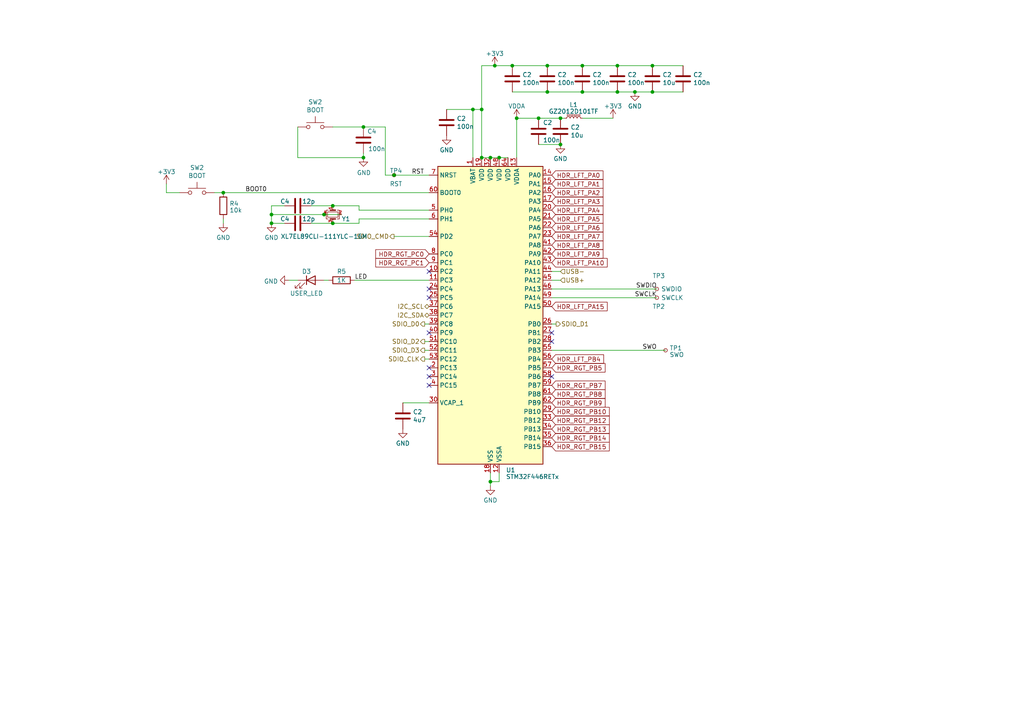
<source format=kicad_sch>
(kicad_sch (version 20230121) (generator eeschema)
  (paper "A4")
  (lib_symbols
    (symbol "Connector:TestPoint_Small" (pin_numbers hide) (pin_names (offset 0.762) hide)
      (property "Reference" "TP" (at 0 3.81 0))
      (property "Value" "TestPoint_Small" (at 0 2.032 0))
      (symbol "TestPoint_Small_0_1"
        (circle (center 0 0) (radius 0.508))
      )
      (symbol "TestPoint_Small_1_1"
        (pin passive line (at 0 0 90) (length 0) (name "1") (number "1"))
      )
    )
    (symbol "Device:C" (pin_numbers hide) (pin_names (offset 0.254))
      (property "Reference" "C" (at 0.635 2.54 0))
      (property "Value" "C" (at 0.635 -2.54 0))
      (symbol "C_0_1"
        (polyline (pts (xy -2.032 -0.762) (xy 2.032 -0.762)) (stroke (width 0.508)))
        (polyline (pts (xy -2.032 0.762) (xy 2.032 0.762)) (stroke (width 0.508)))
      )
      (symbol "C_1_1"
        (pin passive line (at 0 3.81 270) (length 2.794) (name "~") (number "1"))
        (pin passive line (at 0 -3.81 90) (length 2.794) (name "~") (number "2"))
      )
    )
    (symbol "Device:Crystal_GND24_Small" (pin_names (offset 1.016) hide)
      (property "Reference" "Y" (at 1.27 4.445 0))
      (property "Value" "Crystal_GND24_Small" (at 1.27 2.54 0))
      (symbol "Crystal_GND24_Small_0_1"
        (rectangle (start -0.762 -1.524) (end 0.762 1.524))
        (polyline (pts (xy -1.27 -0.762) (xy -1.27 0.762)) (stroke (width 0.381)))
        (polyline (pts (xy 1.27 -0.762) (xy 1.27 0.762)) (stroke (width 0.381)))
        (polyline (pts (xy -1.27 -1.27) (xy -1.27 -1.905) (xy 1.27 -1.905) (xy 1.27 -1.27)))
        (polyline (pts (xy -1.27 1.27) (xy -1.27 1.905) (xy 1.27 1.905) (xy 1.27 1.27)))
      )
      (symbol "Crystal_GND24_Small_1_1"
        (pin passive line (at -2.54 0 0) (length 1.27) (name "1") (number "1"))
        (pin passive line (at 0 -2.54 90) (length 0.635) (name "2") (number "2"))
        (pin passive line (at 2.54 0 180) (length 1.27) (name "3") (number "3"))
        (pin passive line (at 0 2.54 270) (length 0.635) (name "4") (number "4"))
      )
    )
    (symbol "Device:LED" (pin_numbers hide) (pin_names (offset 1.016) hide)
      (property "Reference" "D" (at 0 2.54 0))
      (property "Value" "LED" (at 0 -2.54 0))
      (symbol "LED_0_1"
        (polyline (pts (xy -1.27 -1.27) (xy -1.27 1.27)) (stroke (width 0.254)))
        (polyline (pts (xy -1.27 0) (xy 1.27 0)))
        (polyline (pts (xy 1.27 -1.27) (xy 1.27 1.27) (xy -1.27 0) (xy 1.27 -1.27)) (stroke (width 0.254)))
        (polyline (pts (xy -3.048 -0.762) (xy -4.572 -2.286) (xy -3.81 -2.286) (xy -4.572 -2.286) (xy -4.572 -1.524)))
        (polyline (pts (xy -1.778 -0.762) (xy -3.302 -2.286) (xy -2.54 -2.286) (xy -3.302 -2.286) (xy -3.302 -1.524)))
      )
      (symbol "LED_1_1"
        (pin passive line (at -3.81 0 0) (length 2.54) (name "K") (number "1"))
        (pin passive line (at 3.81 0 180) (length 2.54) (name "A") (number "2"))
      )
    )
    (symbol "Device:L_Ferrite_Small" (pin_numbers hide) (pin_names (offset 0.254) hide)
      (property "Reference" "L" (at 1.27 1.016 0))
      (property "Value" "L_Ferrite_Small" (at 1.27 -1.27 0))
      (symbol "L_Ferrite_Small_0_1"
        (arc (start 0 -2.032) (mid 0.5058 -1.524) (end 0 -1.016))
        (arc (start 0 -1.016) (mid 0.5058 -0.508) (end 0 0))
        (polyline (pts (xy 0.762 -1.905) (xy 0.762 -1.651)))
        (polyline (pts (xy 0.762 -1.397) (xy 0.762 -1.143)))
        (polyline (pts (xy 0.762 -0.889) (xy 0.762 -0.635)))
        (polyline (pts (xy 0.762 -0.381) (xy 0.762 -0.127)))
        (polyline (pts (xy 0.762 0.127) (xy 0.762 0.381)))
        (polyline (pts (xy 0.762 0.635) (xy 0.762 0.889)))
        (polyline (pts (xy 0.762 1.143) (xy 0.762 1.397)))
        (polyline (pts (xy 0.762 1.651) (xy 0.762 1.905)))
        (polyline (pts (xy 1.016 -1.651) (xy 1.016 -1.905)))
        (polyline (pts (xy 1.016 -1.143) (xy 1.016 -1.397)))
        (polyline (pts (xy 1.016 -0.635) (xy 1.016 -0.889)))
        (polyline (pts (xy 1.016 -0.127) (xy 1.016 -0.381)))
        (polyline (pts (xy 1.016 0.381) (xy 1.016 0.127)))
        (polyline (pts (xy 1.016 0.889) (xy 1.016 0.635)))
        (polyline (pts (xy 1.016 1.397) (xy 1.016 1.143)))
        (polyline (pts (xy 1.016 1.905) (xy 1.016 1.651)))
        (arc (start 0 0) (mid 0.5058 0.508) (end 0 1.016))
        (arc (start 0 1.016) (mid 0.5058 1.524) (end 0 2.032))
      )
      (symbol "L_Ferrite_Small_1_1"
        (pin passive line (at 0 2.54 270) (length 0.508) (name "~") (number "1"))
        (pin passive line (at 0 -2.54 90) (length 0.508) (name "~") (number "2"))
      )
    )
    (symbol "Device:R" (pin_numbers hide) (pin_names (offset 0))
      (property "Reference" "R" (at 2.032 0 90))
      (property "Value" "R" (at 0 0 90))
      (symbol "R_0_1"
        (rectangle (start -1.016 -2.54) (end 1.016 2.54) (stroke (width 0.254)))
      )
      (symbol "R_1_1"
        (pin passive line (at 0 3.81 270) (length 1.27) (name "~") (number "1"))
        (pin passive line (at 0 -3.81 90) (length 1.27) (name "~") (number "2"))
      )
    )
    (symbol "MCU_ST_STM32F4:STM32F446RETx"
      (property "Reference" "U" (at -15.24 44.45 0))
      (property "Value" "STM32F446RETx" (at 10.16 44.45 0))
      (symbol "STM32F446RETx_0_1"
        (rectangle (start -15.24 -43.18) (end 15.24 43.18) (stroke (width 0.254)) (fill (type background)))
      )
      (symbol "STM32F446RETx_1_1"
        (pin power_in line (at -5.08 45.72 270) (length 2.54) (name "VBAT") (number "1"))
        (pin bidirectional line (at -17.78 12.7 0) (length 2.54) (name "PC2") (number "10"))
        (pin bidirectional line (at -17.78 10.16 0) (length 2.54) (name "PC3") (number "11"))
        (pin power_in line (at 2.54 -45.72 90) (length 2.54) (name "VSSA") (number "12"))
        (pin power_in line (at 7.62 45.72 270) (length 2.54) (name "VDDA") (number "13"))
        (pin bidirectional line (at 17.78 40.64 180) (length 2.54) (name "PA0") (number "14"))
        (pin bidirectional line (at 17.78 38.1 180) (length 2.54) (name "PA1") (number "15"))
        (pin bidirectional line (at 17.78 35.56 180) (length 2.54) (name "PA2") (number "16"))
        (pin bidirectional line (at 17.78 33.02 180) (length 2.54) (name "PA3") (number "17"))
        (pin power_in line (at 0 -45.72 90) (length 2.54) (name "VSS") (number "18"))
        (pin power_in line (at -2.54 45.72 270) (length 2.54) (name "VDD") (number "19"))
        (pin bidirectional line (at -17.78 -15.24 0) (length 2.54) (name "PC13") (number "2"))
        (pin bidirectional line (at 17.78 30.48 180) (length 2.54) (name "PA4") (number "20"))
        (pin bidirectional line (at 17.78 27.94 180) (length 2.54) (name "PA5") (number "21"))
        (pin bidirectional line (at 17.78 25.4 180) (length 2.54) (name "PA6") (number "22"))
        (pin bidirectional line (at 17.78 22.86 180) (length 2.54) (name "PA7") (number "23"))
        (pin bidirectional line (at -17.78 7.62 0) (length 2.54) (name "PC4") (number "24"))
        (pin bidirectional line (at -17.78 5.08 0) (length 2.54) (name "PC5") (number "25"))
        (pin bidirectional line (at 17.78 -2.54 180) (length 2.54) (name "PB0") (number "26"))
        (pin bidirectional line (at 17.78 -5.08 180) (length 2.54) (name "PB1") (number "27"))
        (pin bidirectional line (at 17.78 -7.62 180) (length 2.54) (name "PB2") (number "28"))
        (pin bidirectional line (at 17.78 -27.94 180) (length 2.54) (name "PB10") (number "29"))
        (pin bidirectional line (at -17.78 -17.78 0) (length 2.54) (name "PC14") (number "3"))
        (pin power_out line (at -17.78 -25.4 0) (length 2.54) (name "VCAP_1") (number "30"))
        (pin passive line (at 0 -45.72 90) (length 2.54) hide (name "VSS") (number "31"))
        (pin power_in line (at 0 45.72 270) (length 2.54) (name "VDD") (number "32"))
        (pin bidirectional line (at 17.78 -30.48 180) (length 2.54) (name "PB12") (number "33"))
        (pin bidirectional line (at 17.78 -33.02 180) (length 2.54) (name "PB13") (number "34"))
        (pin bidirectional line (at 17.78 -35.56 180) (length 2.54) (name "PB14") (number "35"))
        (pin bidirectional line (at 17.78 -38.1 180) (length 2.54) (name "PB15") (number "36"))
        (pin bidirectional line (at -17.78 2.54 0) (length 2.54) (name "PC6") (number "37"))
        (pin bidirectional line (at -17.78 0 0) (length 2.54) (name "PC7") (number "38"))
        (pin bidirectional line (at -17.78 -2.54 0) (length 2.54) (name "PC8") (number "39"))
        (pin bidirectional line (at -17.78 -20.32 0) (length 2.54) (name "PC15") (number "4"))
        (pin bidirectional line (at -17.78 -5.08 0) (length 2.54) (name "PC9") (number "40"))
        (pin bidirectional line (at 17.78 20.32 180) (length 2.54) (name "PA8") (number "41"))
        (pin bidirectional line (at 17.78 17.78 180) (length 2.54) (name "PA9") (number "42"))
        (pin bidirectional line (at 17.78 15.24 180) (length 2.54) (name "PA10") (number "43"))
        (pin bidirectional line (at 17.78 12.7 180) (length 2.54) (name "PA11") (number "44"))
        (pin bidirectional line (at 17.78 10.16 180) (length 2.54) (name "PA12") (number "45"))
        (pin bidirectional line (at 17.78 7.62 180) (length 2.54) (name "PA13") (number "46"))
        (pin passive line (at 0 -45.72 90) (length 2.54) hide (name "VSS") (number "47"))
        (pin power_in line (at 2.54 45.72 270) (length 2.54) (name "VDD") (number "48"))
        (pin bidirectional line (at 17.78 5.08 180) (length 2.54) (name "PA14") (number "49"))
        (pin bidirectional line (at -17.78 30.48 0) (length 2.54) (name "PH0") (number "5"))
        (pin bidirectional line (at 17.78 2.54 180) (length 2.54) (name "PA15") (number "50"))
        (pin bidirectional line (at -17.78 -7.62 0) (length 2.54) (name "PC10") (number "51"))
        (pin bidirectional line (at -17.78 -10.16 0) (length 2.54) (name "PC11") (number "52"))
        (pin bidirectional line (at -17.78 -12.7 0) (length 2.54) (name "PC12") (number "53"))
        (pin bidirectional line (at -17.78 22.86 0) (length 2.54) (name "PD2") (number "54"))
        (pin bidirectional line (at 17.78 -10.16 180) (length 2.54) (name "PB3") (number "55"))
        (pin bidirectional line (at 17.78 -12.7 180) (length 2.54) (name "PB4") (number "56"))
        (pin bidirectional line (at 17.78 -15.24 180) (length 2.54) (name "PB5") (number "57"))
        (pin bidirectional line (at 17.78 -17.78 180) (length 2.54) (name "PB6") (number "58"))
        (pin bidirectional line (at 17.78 -20.32 180) (length 2.54) (name "PB7") (number "59"))
        (pin bidirectional line (at -17.78 27.94 0) (length 2.54) (name "PH1") (number "6"))
        (pin input line (at -17.78 35.56 0) (length 2.54) (name "BOOT0") (number "60"))
        (pin bidirectional line (at 17.78 -22.86 180) (length 2.54) (name "PB8") (number "61"))
        (pin bidirectional line (at 17.78 -25.4 180) (length 2.54) (name "PB9") (number "62"))
        (pin passive line (at 0 -45.72 90) (length 2.54) hide (name "VSS") (number "63"))
        (pin power_in line (at 5.08 45.72 270) (length 2.54) (name "VDD") (number "64"))
        (pin input line (at -17.78 40.64 0) (length 2.54) (name "NRST") (number "7"))
        (pin bidirectional line (at -17.78 17.78 0) (length 2.54) (name "PC0") (number "8"))
        (pin bidirectional line (at -17.78 15.24 0) (length 2.54) (name "PC1") (number "9"))
      )
    )
    (symbol "Switch:SW_Push" (pin_numbers hide) (pin_names (offset 1.016) hide)
      (property "Reference" "SW" (at 1.27 2.54 0))
      (property "Value" "SW_Push" (at 0 -1.524 0))
      (symbol "SW_Push_0_1"
        (circle (center -2.032 0) (radius 0.508))
        (polyline (pts (xy 0 1.27) (xy 0 3.048)))
        (polyline (pts (xy 2.54 1.27) (xy -2.54 1.27)))
        (circle (center 2.032 0) (radius 0.508))
        (pin passive line (at -5.08 0 0) (length 2.54) (name "1") (number "1"))
        (pin passive line (at 5.08 0 180) (length 2.54) (name "2") (number "2"))
      )
    )
    (symbol "power:+3V3" (power) (pin_names (offset 0))
      (property "Value" "+3V3" (at 0 3.556 0))
      (symbol "+3V3_0_1"
        (polyline (pts (xy -0.762 1.27) (xy 0 2.54)))
        (polyline (pts (xy 0 0) (xy 0 2.54)))
        (polyline (pts (xy 0 2.54) (xy 0.762 1.27)))
      )
      (symbol "+3V3_1_1"
        (pin power_in line (at 0 0 90) (length 0) hide (name "+3V3") (number "1"))
      )
    )
    (symbol "power:GND" (power) (pin_names (offset 0))
      (property "Value" "GND" (at 0 -3.81 0))
      (symbol "GND_0_1"
        (polyline (pts (xy 0 0) (xy 0 -1.27) (xy 1.27 -1.27) (xy 0 -2.54) (xy -1.27 -1.27) (xy 0 -1.27)))
      )
      (symbol "GND_1_1"
        (pin power_in line (at 0 0 270) (length 0) hide (name "GND") (number "1"))
      )
    )
    (symbol "power:VDDA" (power) (pin_names (offset 0))
      (property "Value" "VDDA" (at 0 3.81 0))
      (symbol "VDDA_0_1"
        (polyline (pts (xy -0.762 1.27) (xy 0 2.54)))
        (polyline (pts (xy 0 0) (xy 0 2.54)))
        (polyline (pts (xy 0 2.54) (xy 0.762 1.27)))
      )
      (symbol "VDDA_1_1"
        (pin power_in line (at 0 0 90) (length 0) hide (name "VDDA") (number "1"))
      )
    )
  )
  (junction (at 96.52 59.69))
  (junction (at 179.07 19.05))
  (junction (at 149.86 34.29))
  (junction (at 179.07 26.67))
  (junction (at 143.51 19.05))
  (junction (at 189.23 19.05))
  (junction (at 78.74 64.77))
  (junction (at 189.23 26.67))
  (junction (at 184.15 26.67))
  (junction (at 162.56 34.29))
  (junction (at 139.7 45.72))
  (junction (at 168.91 19.05))
  (junction (at 144.78 45.72))
  (junction (at 96.52 64.77))
  (junction (at 168.91 26.67))
  (junction (at 78.74 62.23))
  (junction (at 105.41 45.72))
  (junction (at 64.77 55.88))
  (junction (at 162.56 41.91))
  (junction (at 158.75 26.67))
  (junction (at 158.75 19.05))
  (junction (at 156.21 34.29))
  (junction (at 114.3 50.8))
  (junction (at 105.41 36.83))
  (junction (at 93.98 62.23))
  (junction (at 142.24 45.72))
  (junction (at 137.16 31.75))
  (junction (at 139.7 31.75))
  (junction (at 142.24 139.7))
  (junction (at 148.59 19.05))
  (no_connect (at 124.46 111.76))
  (no_connect (at 124.46 83.82))
  (no_connect (at 124.46 106.68))
  (no_connect (at 124.46 109.22))
  (no_connect (at 124.46 96.52))
  (no_connect (at 160.02 99.06))
  (no_connect (at 160.02 96.52))
  (no_connect (at 124.46 86.36))
  (no_connect (at 124.46 78.74))
  (no_connect (at 160.02 109.22))
  (wire (pts (xy 139.7 19.05) (xy 139.7 31.75)))
  (wire (pts (xy 144.78 45.72) (xy 147.32 45.72)))
  (wire (pts (xy 124.46 60.96) (xy 104.14 60.96)))
  (wire (pts (xy 161.29 93.98) (xy 160.02 93.98)))
  (wire (pts (xy 123.19 104.14) (xy 124.46 104.14)))
  (wire (pts (xy 105.41 36.83) (xy 111.76 36.83)))
  (wire (pts (xy 144.78 139.7) (xy 142.24 139.7)))
  (wire (pts (xy 90.17 59.69) (xy 96.52 59.69)))
  (wire (pts (xy 116.84 116.84) (xy 124.46 116.84)))
  (wire (pts (xy 93.98 62.23) (xy 99.06 62.23)))
  (wire (pts (xy 168.91 19.05) (xy 179.07 19.05)))
  (wire (pts (xy 104.14 59.69) (xy 96.52 59.69)))
  (wire (pts (xy 156.21 41.91) (xy 162.56 41.91)))
  (wire (pts (xy 160.02 81.28) (xy 162.56 81.28)))
  (wire (pts (xy 139.7 31.75) (xy 139.7 45.72)))
  (wire (pts (xy 52.07 55.88) (xy 48.26 55.88)))
  (wire (pts (xy 142.24 137.16) (xy 142.24 139.7)))
  (wire (pts (xy 189.23 19.05) (xy 198.12 19.05)))
  (wire (pts (xy 123.19 99.06) (xy 124.46 99.06)))
  (wire (pts (xy 86.36 36.83) (xy 86.36 45.72)))
  (wire (pts (xy 78.74 64.77) (xy 82.55 64.77)))
  (wire (pts (xy 158.75 19.05) (xy 168.91 19.05)))
  (wire (pts (xy 160.02 86.36) (xy 190.5 86.36)))
  (wire (pts (xy 93.98 81.28) (xy 95.25 81.28)))
  (wire (pts (xy 129.54 31.75) (xy 137.16 31.75)))
  (wire (pts (xy 143.51 19.05) (xy 139.7 19.05)))
  (wire (pts (xy 148.59 19.05) (xy 158.75 19.05)))
  (wire (pts (xy 162.56 34.29) (xy 163.83 34.29)))
  (wire (pts (xy 137.16 45.72) (xy 137.16 31.75)))
  (wire (pts (xy 148.59 19.05) (xy 143.51 19.05)))
  (wire (pts (xy 137.16 31.75) (xy 139.7 31.75)))
  (wire (pts (xy 64.77 55.88) (xy 124.46 55.88)))
  (wire (pts (xy 179.07 26.67) (xy 184.15 26.67)))
  (wire (pts (xy 62.23 55.88) (xy 64.77 55.88)))
  (wire (pts (xy 149.86 45.72) (xy 149.86 34.29)))
  (wire (pts (xy 158.75 26.67) (xy 168.91 26.67)))
  (wire (pts (xy 86.36 45.72) (xy 105.41 45.72)))
  (wire (pts (xy 104.14 63.5) (xy 124.46 63.5)))
  (wire (pts (xy 179.07 19.05) (xy 189.23 19.05)))
  (wire (pts (xy 78.74 62.23) (xy 78.74 64.77)))
  (wire (pts (xy 82.55 59.69) (xy 78.74 59.69)))
  (wire (pts (xy 104.14 60.96) (xy 104.14 59.69)))
  (wire (pts (xy 189.23 26.67) (xy 184.15 26.67)))
  (wire (pts (xy 114.3 50.8) (xy 124.46 50.8)))
  (wire (pts (xy 102.87 81.28) (xy 124.46 81.28)))
  (wire (pts (xy 156.21 34.29) (xy 162.56 34.29)))
  (wire (pts (xy 189.23 26.67) (xy 198.12 26.67)))
  (wire (pts (xy 142.24 139.7) (xy 142.24 140.97)))
  (wire (pts (xy 139.7 45.72) (xy 142.24 45.72)))
  (wire (pts (xy 148.59 26.67) (xy 158.75 26.67)))
  (wire (pts (xy 168.91 34.29) (xy 177.8 34.29)))
  (wire (pts (xy 96.52 36.83) (xy 105.41 36.83)))
  (wire (pts (xy 64.77 64.77) (xy 64.77 63.5)))
  (wire (pts (xy 90.17 64.77) (xy 96.52 64.77)))
  (wire (pts (xy 160.02 101.6) (xy 193.04 101.6)))
  (wire (pts (xy 78.74 59.69) (xy 78.74 62.23)))
  (wire (pts (xy 83.82 81.28) (xy 86.36 81.28)))
  (wire (pts (xy 149.86 34.29) (xy 156.21 34.29)))
  (wire (pts (xy 114.3 68.58) (xy 124.46 68.58)))
  (wire (pts (xy 104.14 63.5) (xy 104.14 64.77)))
  (wire (pts (xy 105.41 45.72) (xy 105.41 44.45)))
  (wire (pts (xy 111.76 36.83) (xy 111.76 50.8)))
  (wire (pts (xy 144.78 137.16) (xy 144.78 139.7)))
  (wire (pts (xy 123.19 93.98) (xy 124.46 93.98)))
  (wire (pts (xy 160.02 78.74) (xy 162.56 78.74)))
  (wire (pts (xy 111.76 50.8) (xy 114.3 50.8)))
  (wire (pts (xy 104.14 64.77) (xy 96.52 64.77)))
  (wire (pts (xy 168.91 26.67) (xy 179.07 26.67)))
  (wire (pts (xy 123.19 101.6) (xy 124.46 101.6)))
  (wire (pts (xy 160.02 83.82) (xy 190.5 83.82)))
  (wire (pts (xy 48.26 53.34) (xy 48.26 55.88)))
  (wire (pts (xy 78.74 62.23) (xy 93.98 62.23)))
  (wire (pts (xy 142.24 45.72) (xy 144.78 45.72)))
  (label "RST" (at 119.38 50.8 0))
  (label "SWCLK" (at 190.5 86.36 180))
  (label "LED" (at 102.87 81.28 0))
  (label "SWDIO" (at 190.5 83.82 180))
  (label "BOOT0" (at 71.12 55.88 0))
  (label "SWO" (at 190.5 101.6 180))
  (global_label "HDR_LFT_PA0" (shape input) (at 160.02 50.8 0) (property "Intersheetrefs" "${INTERSHEET_REFS}" (effects hide)))
  (global_label "HDR_LFT_PA15" (shape input) (at 160.02 88.9 0) (property "Intersheetrefs" "${INTERSHEET_REFS}" (effects hide)))
  (global_label "HDR_LFT_PB4" (shape input) (at 160.02 104.14 0) (property "Intersheetrefs" "${INTERSHEET_REFS}" (effects hide)))
  (global_label "HDR_RGT_PB14" (shape input) (at 160.02 127 0) (property "Intersheetrefs" "${INTERSHEET_REFS}" (effects hide)))
  (global_label "HDR_RGT_PC1" (shape input) (at 124.46 76.2 180) (property "Intersheetrefs" "${INTERSHEET_REFS}" (effects hide)))
  (global_label "HDR_LFT_PA2" (shape input) (at 160.02 55.88 0) (property "Intersheetrefs" "${INTERSHEET_REFS}" (effects hide)))
  (global_label "HDR_RGT_PB7" (shape input) (at 160.02 111.76 0) (property "Intersheetrefs" "${INTERSHEET_REFS}" (effects hide)))
  (global_label "HDR_RGT_PB15" (shape input) (at 160.02 129.54 0) (property "Intersheetrefs" "${INTERSHEET_REFS}" (effects hide)))
  (global_label "HDR_RGT_PB12" (shape input) (at 160.02 121.92 0) (property "Intersheetrefs" "${INTERSHEET_REFS}" (effects hide)))
  (global_label "HDR_LFT_PA8" (shape input) (at 160.02 71.12 0) (property "Intersheetrefs" "${INTERSHEET_REFS}" (effects hide)))
  (global_label "HDR_RGT_PB10" (shape input) (at 160.02 119.38 0) (property "Intersheetrefs" "${INTERSHEET_REFS}" (effects hide)))
  (global_label "HDR_LFT_PA4" (shape input) (at 160.02 60.96 0) (property "Intersheetrefs" "${INTERSHEET_REFS}" (effects hide)))
  (global_label "HDR_RGT_PB5" (shape input) (at 160.02 106.68 0) (property "Intersheetrefs" "${INTERSHEET_REFS}" (effects hide)))
  (global_label "HDR_LFT_PA5" (shape input) (at 160.02 63.5 0) (property "Intersheetrefs" "${INTERSHEET_REFS}" (effects hide)))
  (global_label "HDR_LFT_PA6" (shape input) (at 160.02 66.04 0) (property "Intersheetrefs" "${INTERSHEET_REFS}" (effects hide)))
  (global_label "HDR_LFT_PA9" (shape input) (at 160.02 73.66 0) (property "Intersheetrefs" "${INTERSHEET_REFS}" (effects hide)))
  (global_label "HDR_RGT_PB13" (shape input) (at 160.02 124.46 0) (property "Intersheetrefs" "${INTERSHEET_REFS}" (effects hide)))
  (global_label "HDR_RGT_PC0" (shape input) (at 124.46 73.66 180) (property "Intersheetrefs" "${INTERSHEET_REFS}" (effects hide)))
  (global_label "HDR_RGT_PB9" (shape input) (at 160.02 116.84 0) (property "Intersheetrefs" "${INTERSHEET_REFS}" (effects hide)))
  (global_label "HDR_LFT_PA1" (shape input) (at 160.02 53.34 0) (property "Intersheetrefs" "${INTERSHEET_REFS}" (effects hide)))
  (global_label "HDR_LFT_PA7" (shape input) (at 160.02 68.58 0) (property "Intersheetrefs" "${INTERSHEET_REFS}" (effects hide)))
  (global_label "HDR_LFT_PA10" (shape input) (at 160.02 76.2 0) (property "Intersheetrefs" "${INTERSHEET_REFS}" (effects hide)))
  (global_label "HDR_LFT_PA3" (shape input) (at 160.02 58.42 0) (property "Intersheetrefs" "${INTERSHEET_REFS}" (effects hide)))
  (global_label "HDR_RGT_PB8" (shape input) (at 160.02 114.3 0) (property "Intersheetrefs" "${INTERSHEET_REFS}" (effects hide)))
  (hierarchical_label "SDIO_CLK" (shape output) (at 123.19 104.14 180))
  (hierarchical_label "USB-" (shape input) (at 162.56 78.74 0))
  (hierarchical_label "SDIO_D3" (shape output) (at 123.19 101.6 180))
  (hierarchical_label "SDIO_CMD" (shape output) (at 114.3 68.58 180))
  (hierarchical_label "SDIO_D2" (shape output) (at 123.19 99.06 180))
  (hierarchical_label "SDIO_D1" (shape output) (at 161.29 93.98 0))
  (hierarchical_label "I2C_SCL" (shape bidirectional) (at 124.46 88.9 180))
  (hierarchical_label "I2C_SDA" (shape bidirectional) (at 124.46 91.44 180))
  (hierarchical_label "USB+" (shape input) (at 162.56 81.28 0))
  (hierarchical_label "SDIO_D0" (shape output) (at 123.19 93.98 180))
  (symbol (lib_id "power:GND") (at 116.84 124.46 0) (unit 1)
    (property "Reference" "#PWR015" (effects hide))
    (property "Value" "GND" (at 116.84 128.5955 0))
  )
  (symbol (lib_id "MCU_ST_STM32F4:STM32F446RETx") (at 142.24 91.44 0) (unit 1)
    (property "Reference" "U1" (at 146.7359 136.3425 0) (effects (justify left)))
    (property "Value" "STM32F446RETx" (at 146.7359 138.2635 0) (effects (justify left)))
    (property "Footprint" "Package_QFP:LQFP-64_10x10mm_P0.5mm" (effects hide))
    (property "Datasheet" "https://www.st.com/resource/en/datasheet/stm32f446re.pdf" (effects hide))
  )
  (symbol (lib_id "Device:C") (at 129.54 35.56 0) (unit 1)
    (property "Reference" "C2" (at 132.461 34.3916 0) (effects (justify left)))
    (property "Value" "100n" (at 132.461 36.703 0) (effects (justify left)))
    (property "Footprint" "Capacitor_SMD:C_0603_1608Metric" (effects hide))
    (instances (project "Roboty_rev1" (path "" (reference "C2") (unit 1)) (path "" (reference "C12") (unit 1))) (project "PCB_Lidar" (path "" (reference "C6") (unit 1))))
  )
  (symbol (lib_id "Device:L_Ferrite_Small") (at 166.37 34.29 90) (unit 1)
    (property "Reference" "L1" (at 166.37 30.3911 90))
    (property "Value" "GZ2012D101TF" (at 166.37 32.3121 90))
    (property "Footprint" "Inductor_SMD:L_0805_2012Metric" (effects hide))
    (instances (project "Roboty_rev1" (path "" (reference "L1") (unit 1)) (path "" (reference "L2") (unit 1))))
  )
  (symbol (lib_id "power:GND") (at 162.56 41.91 0) (unit 1)
    (property "Reference" "#PWR014" (effects hide))
    (property "Value" "GND" (at 162.56 46.0455 0))
  )
  (symbol (lib_id "Device:LED") (at 90.17 81.28 0) (unit 1)
    (property "Reference" "D3" (at 88.9 78.74 0))
    (property "Value" "USER_LED" (at 88.9 85.09 0))
    (property "Footprint" "LED_SMD:LED_0603_1608Metric" (effects hide))
  )
  (symbol (lib_id "power:+3V3") (at 177.8 34.29 0) (unit 1)
    (property "Reference" "#PWR012" (effects hide))
    (property "Value" "+3V3" (at 177.8 30.7881 0))
  )
  (symbol (lib_id "Device:C") (at 162.56 38.1 0) (unit 1)
    (property "Reference" "C2" (at 165.481 36.9316 0) (effects (justify left)))
    (property "Value" "10u" (at 165.481 39.243 0) (effects (justify left)))
    (property "Footprint" "Capacitor_SMD:C_0603_1608Metric" (effects hide))
    (instances (project "Roboty_rev1" (path "" (reference "C2") (unit 1)) (path "" (reference "C2") (unit 1))) (project "PCB_Lidar" (path "" (reference "C6") (unit 1))))
  )
  (symbol (lib_id "Device:C") (at 105.41 40.64 180) (unit 1)
    (property "Reference" "C4" (at 109.22 38.1 0) (effects (justify left)))
    (property "Value" "100n" (at 111.76 43.18 0) (effects (justify left)))
    (property "Footprint" "Capacitor_SMD:C_0603_1608Metric" (effects hide))
    (instances (project "PCB_dev_stm32f302" (path "" (reference "C4") (unit 1))) (project "Roboty_rev1" (path "" (reference "C16") (unit 1))))
  )
  (symbol (lib_id "Device:C") (at 86.36 64.77 270) (unit 1)
    (property "Reference" "C4" (at 81.28 63.5 90) (effects (justify left)))
    (property "Value" "12p" (at 87.63 63.5 90) (effects (justify left)))
    (property "Footprint" "Capacitor_SMD:C_0603_1608Metric" (effects hide))
    (instances (project "PCB_dev_stm32f302" (path "" (reference "C4") (unit 1))) (project "Roboty_rev1" (path "" (reference "C18") (unit 1))))
  )
  (symbol (lib_id "power:+3V3") (at 143.51 19.05 0) (unit 1)
    (property "Reference" "#PWR03" (effects hide))
    (property "Value" "+3V3" (at 143.51 15.5481 0))
  )
  (symbol (lib_id "power:GND") (at 83.82 81.28 270) (unit 1)
    (property "Reference" "#PWR034" (effects hide))
    (property "Value" "GND" (at 80.6451 81.5968 90) (effects (justify right)))
  )
  (symbol (lib_id "power:GND") (at 184.15 26.67 0) (unit 1)
    (property "Reference" "#PWR010" (effects hide))
    (property "Value" "GND" (at 184.15 30.8055 0))
  )
  (symbol (lib_id "Device:C") (at 158.75 22.86 0) (unit 1)
    (property "Reference" "C2" (at 161.671 21.6916 0) (effects (justify left)))
    (property "Value" "100n" (at 161.671 24.003 0) (effects (justify left)))
    (property "Footprint" "Capacitor_SMD:C_0603_1608Metric" (effects hide))
    (instances (project "Roboty_rev1" (path "" (reference "C2") (unit 1)) (path "" (reference "C8") (unit 1))) (project "PCB_Lidar" (path "" (reference "C6") (unit 1))))
  )
  (symbol (lib_id "power:GND") (at 129.54 39.37 0) (unit 1)
    (property "Reference" "#PWR011" (effects hide))
    (property "Value" "GND" (at 129.54 43.5055 0))
  )
  (symbol (lib_id "Device:C") (at 116.84 120.65 0) (unit 1)
    (property "Reference" "C2" (at 119.761 119.4816 0) (effects (justify left)))
    (property "Value" "4u7" (at 119.761 121.793 0) (effects (justify left)))
    (property "Footprint" "Capacitor_SMD:C_0603_1608Metric" (effects hide))
    (instances (project "Roboty_rev1" (path "" (reference "C2") (unit 1)) (path "" (reference "C15") (unit 1))) (project "PCB_Lidar" (path "" (reference "C6") (unit 1))))
  )
  (symbol (lib_id "Device:C") (at 156.21 38.1 0) (unit 1)
    (property "Reference" "C2" (at 157.48 35.56 0) (effects (justify left)))
    (property "Value" "100n" (at 157.48 40.64 0) (effects (justify left)))
    (property "Footprint" "Capacitor_SMD:C_0603_1608Metric" (effects hide))
    (instances (project "Roboty_rev1" (path "" (reference "C2") (unit 1)) (path "" (reference "C13") (unit 1))) (project "PCB_Lidar" (path "" (reference "C6") (unit 1))))
  )
  (symbol (lib_id "power:GND") (at 142.24 140.97 0) (unit 1)
    (property "Reference" "#PWR016" (effects hide))
    (property "Value" "GND" (at 142.24 145.1055 0))
  )
  (symbol (lib_id "Connector:TestPoint_Small") (at 190.5 86.36 0) (unit 1)
    (property "Reference" "TP2" (at 189.23 88.9 0) (effects (justify left)))
    (property "Value" "SWCLK" (at 191.77 86.36 0) (effects (justify left)))
    (property "Footprint" "TestPoint:TestPoint_Pad_D1.0mm" (effects hide))
  )
  (symbol (lib_id "Device:C") (at 179.07 22.86 0) (unit 1)
    (property "Reference" "C2" (at 181.991 21.6916 0) (effects (justify left)))
    (property "Value" "100n" (at 181.991 24.003 0) (effects (justify left)))
    (property "Footprint" "Capacitor_SMD:C_0603_1608Metric" (effects hide))
    (instances (project "Roboty_rev1" (path "" (reference "C2") (unit 1)) (path "" (reference "C10") (unit 1))) (project "PCB_Lidar" (path "" (reference "C6") (unit 1))))
  )
  (symbol (lib_id "Device:C") (at 168.91 22.86 0) (unit 1)
    (property "Reference" "C2" (at 171.831 21.6916 0) (effects (justify left)))
    (property "Value" "100n" (at 171.831 24.003 0) (effects (justify left)))
    (property "Footprint" "Capacitor_SMD:C_0603_1608Metric" (effects hide))
    (instances (project "Roboty_rev1" (path "" (reference "C2") (unit 1)) (path "" (reference "C9") (unit 1))) (project "PCB_Lidar" (path "" (reference "C6") (unit 1))))
  )
  (symbol (lib_id "Switch:SW_Push") (at 57.15 55.88 0) (unit 1)
    (property "Reference" "SW2" (at 57.15 48.641 0))
    (property "Value" "BOOT" (at 57.15 50.9524 0))
    (property "Footprint" "Button_Switch_SMD:SW_SPST_B3U-1000P" (effects hide))
  )
  (symbol (lib_id "Connector:TestPoint_Small") (at 193.04 101.6 0) (unit 1)
    (property "Reference" "TP1" (at 194.183 100.9563 0) (effects (justify left)))
    (property "Value" "SWO" (at 194.183 102.8773 0) (effects (justify left)))
    (property "Footprint" "TestPoint:TestPoint_Pad_D1.0mm" (effects hide))
  )
  (symbol (lib_id "Device:Crystal_GND24_Small") (at 96.52 62.23 90) (mirror x) (unit 1)
    (property "Reference" "Y1" (at 100.33 63.5 90))
    (property "Value" "XL7EL89CLI-111YLC-16M" (at 93.98 68.58 90))
    (property "Footprint" "Crystal:Crystal_SMD_2016-4Pin_2.0x1.6mm" (effects hide))
  )
  (symbol (lib_id "Device:R") (at 99.06 81.28 90) (unit 1)
    (property "Reference" "R5" (at 99.06 78.74 90))
    (property "Value" "1K" (at 99.06 81.28 90))
    (property "Footprint" "Resistor_SMD:R_0603_1608Metric" (effects hide))
  )
  (symbol (lib_id "power:+3V3") (at 48.26 53.34 0) (unit 1)
    (property "Reference" "#PWR019" (effects hide))
    (property "Value" "+3V3" (at 48.26 49.8381 0))
  )
  (symbol (lib_id "Device:C") (at 86.36 59.69 270) (unit 1)
    (property "Reference" "C4" (at 81.28 58.42 90) (effects (justify left)))
    (property "Value" "12p" (at 87.63 58.42 90) (effects (justify left)))
    (property "Footprint" "Capacitor_SMD:C_0603_1608Metric" (effects hide))
    (instances (project "PCB_dev_stm32f302" (path "" (reference "C4") (unit 1))) (project "Roboty_rev1" (path "" (reference "C17") (unit 1))))
  )
  (symbol (lib_id "Connector:TestPoint_Small") (at 114.3 50.8 0) (unit 1)
    (property "Reference" "TP4" (at 113.03 49.53 0) (effects (justify left)))
    (property "Value" "RST" (at 113.03 53.34 0) (effects (justify left)))
    (property "Footprint" "TestPoint:TestPoint_Pad_D1.0mm" (effects hide))
  )
  (symbol (lib_id "Switch:SW_Push") (at 91.44 36.83 0) (unit 1)
    (property "Reference" "SW2" (at 91.44 29.591 0))
    (property "Value" "BOOT" (at 91.44 31.9024 0))
    (property "Footprint" "Button_Switch_SMD:SW_SPST_B3U-1000P" (effects hide))
    (instances (project "PCB_dev_stm32f302" (path "" (reference "SW2") (unit 1))) (project "Roboty_rev1" (path "" (reference "SW1") (unit 1))))
  )
  (symbol (lib_id "Device:C") (at 198.12 22.86 0) (unit 1)
    (property "Reference" "C2" (at 201.041 21.6916 0) (effects (justify left)))
    (property "Value" "100n" (at 201.041 24.003 0) (effects (justify left)))
    (property "Footprint" "Capacitor_SMD:C_0603_1608Metric" (effects hide))
    (instances (project "Roboty_rev1" (path "" (reference "C2") (unit 1)) (path "" (reference "C3") (unit 1))) (project "PCB_Lidar" (path "" (reference "C6") (unit 1))))
  )
  (symbol (lib_id "Device:C") (at 148.59 22.86 0) (unit 1)
    (property "Reference" "C2" (at 151.511 21.6916 0) (effects (justify left)))
    (property "Value" "100n" (at 151.511 24.003 0) (effects (justify left)))
    (property "Footprint" "Capacitor_SMD:C_0603_1608Metric" (effects hide))
    (instances (project "Roboty_rev1" (path "" (reference "C2") (unit 1)) (path "" (reference "C7") (unit 1))) (project "PCB_Lidar" (path "" (reference "C6") (unit 1))))
  )
  (symbol (lib_id "power:GND") (at 78.74 64.77 0) (unit 1)
    (property "Reference" "#PWR021" (effects hide))
    (property "Value" "GND" (at 78.74 68.9055 0))
  )
  (symbol (lib_id "Device:C") (at 189.23 22.86 0) (unit 1)
    (property "Reference" "C2" (at 192.151 21.6916 0) (effects (justify left)))
    (property "Value" "10u" (at 192.151 24.003 0) (effects (justify left)))
    (property "Footprint" "Capacitor_SMD:C_0603_1608Metric" (effects hide))
    (instances (project "Roboty_rev1" (path "" (reference "C2") (unit 1)) (path "" (reference "C11") (unit 1))) (project "PCB_Lidar" (path "" (reference "C6") (unit 1))))
  )
  (symbol (lib_id "power:VDDA") (at 149.86 34.29 0) (unit 1)
    (property "Reference" "#PWR013" (effects hide))
    (property "Value" "VDDA" (at 149.86 30.7881 0))
  )
  (symbol (lib_id "power:GND") (at 105.41 45.72 0) (unit 1)
    (property "Reference" "#PWR010" (effects hide))
    (property "Value" "GND" (at 105.537 50.1142 0))
    (instances (project "PCB_dev_stm32f302" (path "" (reference "#PWR010") (unit 1))) (project "Roboty_rev1" (path "" (reference "#PWR018") (unit 1))))
  )
  (symbol (lib_id "Device:R") (at 64.77 59.69 0) (unit 1)
    (property "Reference" "R4" (at 66.548 59.0463 0) (effects (justify left)))
    (property "Value" "10k" (at 66.548 60.9673 0) (effects (justify left)))
    (property "Footprint" "Resistor_SMD:R_0603_1608Metric" (effects hide))
  )
  (symbol (lib_id "Connector:TestPoint_Small") (at 190.5 83.82 0) (unit 1)
    (property "Reference" "TP3" (at 189.23 80.01 0) (effects (justify left)))
    (property "Value" "SWDIO" (at 191.77 83.82 0) (effects (justify left)))
    (property "Footprint" "TestPoint:TestPoint_Pad_D1.0mm" (effects hide))
  )
  (symbol (lib_id "power:GND") (at 64.77 64.77 0) (unit 1)
    (property "Reference" "#PWR020" (effects hide))
    (property "Value" "GND" (at 64.77 68.9055 0))
  )
)
</source>
